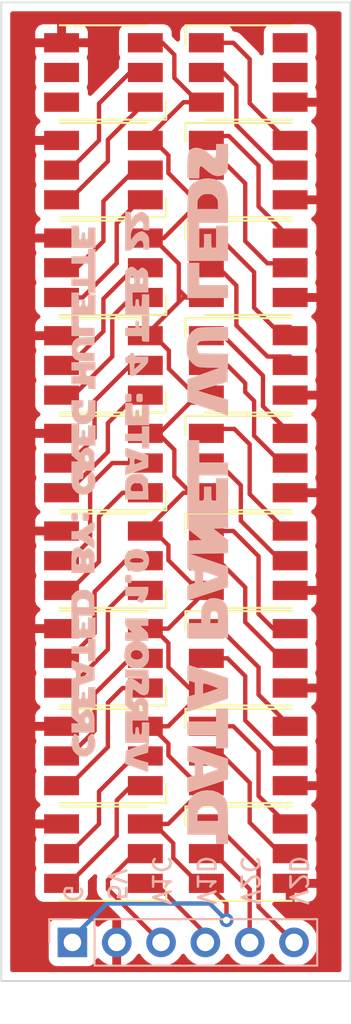
<source format=kicad_pcb>
(kicad_pcb (version 20211014) (generator pcbnew)
  (layers (0 "F.Cu" signal) (31 "B.Cu" signal) (34 "B.Paste" user) (35 "F.Paste" user) (36 "B.SilkS" user "B.Silkscreen") (37 "F.SilkS" user "F.Silkscreen") (38 "B.Mask" user) (39 "F.Mask" user) (44 "Edge.Cuts" user))
  (net 0 "")
  (net 1 "GND")
  (net 2 "+5V")
  (net 3 "Net-(D1-Pad5)")
  (net 4 "Net-(D1-Pad6)")
  (net 5 "Net-(D2-Pad5)")
  (net 6 "Net-(D2-Pad6)")
  (net 7 "Net-(D3-Pad5)")
  (net 8 "Net-(D3-Pad6)")
  (net 9 "Net-(D4-Pad5)")
  (net 10 "Net-(D4-Pad6)")
  (net 11 "Net-(D7-Pad2)")
  (net 12 "Net-(D7-Pad1)")
  (net 13 "Net-(D6-Pad5)")
  (net 14 "Net-(D6-Pad6)")
  (net 15 "Net-(D7-Pad5)")
  (net 16 "Net-(D7-Pad6)")
  (net 17 "Net-(D8-Pad5)")
  (net 18 "Net-(D8-Pad6)")
  (net 19 "Net-(D9-Pad5)")
  (net 20 "Net-(D9-Pad6)")
  (net 21 "Net-(D10-Pad5)")
  (net 22 "Net-(D10-Pad6)")
  (net 23 "Net-(D11-Pad5)")
  (net 24 "Net-(D11-Pad6)")
  (net 25 "Net-(D12-Pad5)")
  (net 26 "Net-(D12-Pad6)")
  (net 27 "/C2D")
  (net 28 "/C2C")
  (net 29 "/C1C")
  (net 30 "/C1D")
  (net 31 "Net-(D13-Pad5)")
  (net 32 "Net-(D15-Pad5)")
  (net 33 "Net-(D15-Pad6)")
  (net 34 "Net-(D16-Pad5)")
  (net 35 "Net-(D16-Pad6)")
  (net 40 "Net-(D13-Pad6)")
  (net 41 "Net-(D14-Pad5)")
  (net 42 "Net-(D14-Pad6)")
  (footprint "LED_SMD:LED_RGB_5050-6" (layer "F.Cu") (at 128.778 64.008 180)
    (fp_text reference "D18" hide)
    (fp_text value "APA102")
    (pad "1" smd rect locked (at -2.4 -1.7 270) (size 1.1 2) (layers "F.Cu" "F.Paste" "F.Mask") (net 35 "Net-(D16-Pad6)"))
    (pad "2" smd rect locked (at -2.4 0 270) (size 1.1 2) (layers "F.Cu" "F.Paste" "F.Mask") (net 34 "Net-(D16-Pad5)"))
    (pad "3" smd rect locked (at -2.4 1.7 270) (size 1.1 2) (layers "F.Cu" "F.Paste" "F.Mask") (net 1 "GND"))
    (pad "4" smd rect locked (at 2.4 1.7 270) (size 1.1 2) (layers "F.Cu" "F.Paste" "F.Mask") (net 2 "+5V"))
    (pad "5" smd rect locked (at 2.4 0 270) (size 1.1 2) (layers "F.Cu" "F.Paste" "F.Mask"))
    (pad "6" smd rect locked (at 2.4 -1.7 270) (size 1.1 2) (layers "F.Cu" "F.Paste" "F.Mask"))
  )
  (footprint "LED_SMD:LED_RGB_5050-6" (layer "F.Cu") (at 137.078 97.536)
    (fp_text reference "D5" hide)
    (fp_text value "APA102")
    (pad "1" smd rect locked (at -2.4 -1.7 90) (size 1.1 2) (layers "F.Cu" "F.Paste" "F.Mask") (net 8 "Net-(D3-Pad6)"))
    (pad "2" smd rect locked (at -2.4 0 90) (size 1.1 2) (layers "F.Cu" "F.Paste" "F.Mask") (net 7 "Net-(D3-Pad5)"))
    (pad "3" smd rect locked (at -2.4 1.7 90) (size 1.1 2) (layers "F.Cu" "F.Paste" "F.Mask") (net 1 "GND"))
    (pad "4" smd rect locked (at 2.4 1.7 90) (size 1.1 2) (layers "F.Cu" "F.Paste" "F.Mask") (net 2 "+5V"))
    (pad "5" smd rect locked (at 2.4 0 90) (size 1.1 2) (layers "F.Cu" "F.Paste" "F.Mask") (net 11 "Net-(D7-Pad2)"))
    (pad "6" smd rect locked (at 2.4 -1.7 90) (size 1.1 2) (layers "F.Cu" "F.Paste" "F.Mask") (net 12 "Net-(D7-Pad1)"))
  )
  (footprint "LED_SMD:LED_RGB_5050-6" (layer "F.Cu") (at 128.778 86.36 180)
    (fp_text reference "D10" hide)
    (fp_text value "APA102")
    (pad "1" smd rect locked (at -2.4 -1.7 270) (size 1.1 2) (layers "F.Cu" "F.Paste" "F.Mask") (net 18 "Net-(D8-Pad6)"))
    (pad "2" smd rect locked (at -2.4 0 270) (size 1.1 2) (layers "F.Cu" "F.Paste" "F.Mask") (net 17 "Net-(D8-Pad5)"))
    (pad "3" smd rect locked (at -2.4 1.7 270) (size 1.1 2) (layers "F.Cu" "F.Paste" "F.Mask") (net 1 "GND"))
    (pad "4" smd rect locked (at 2.4 1.7 270) (size 1.1 2) (layers "F.Cu" "F.Paste" "F.Mask") (net 2 "+5V"))
    (pad "5" smd rect locked (at 2.4 0 270) (size 1.1 2) (layers "F.Cu" "F.Paste" "F.Mask") (net 21 "Net-(D10-Pad5)"))
    (pad "6" smd rect locked (at 2.4 -1.7 270) (size 1.1 2) (layers "F.Cu" "F.Paste" "F.Mask") (net 22 "Net-(D10-Pad6)"))
  )
  (footprint "LED_SMD:LED_RGB_5050-6" (layer "F.Cu") (at 137.078 69.596)
    (fp_text reference "D15" hide)
    (fp_text value "APA102")
    (pad "1" smd rect locked (at -2.4 -1.7 90) (size 1.1 2) (layers "F.Cu" "F.Paste" "F.Mask") (net 40 "Net-(D13-Pad6)"))
    (pad "2" smd rect locked (at -2.4 0 90) (size 1.1 2) (layers "F.Cu" "F.Paste" "F.Mask") (net 31 "Net-(D13-Pad5)"))
    (pad "3" smd rect locked (at -2.4 1.7 90) (size 1.1 2) (layers "F.Cu" "F.Paste" "F.Mask") (net 1 "GND"))
    (pad "4" smd rect locked (at 2.4 1.7 90) (size 1.1 2) (layers "F.Cu" "F.Paste" "F.Mask") (net 2 "+5V"))
    (pad "5" smd rect locked (at 2.4 0 90) (size 1.1 2) (layers "F.Cu" "F.Paste" "F.Mask") (net 32 "Net-(D15-Pad5)"))
    (pad "6" smd rect locked (at 2.4 -1.7 90) (size 1.1 2) (layers "F.Cu" "F.Paste" "F.Mask") (net 33 "Net-(D15-Pad6)"))
  )
  (footprint "LED_SMD:LED_RGB_5050-6" (layer "F.Cu") (at 128.778 91.948 180)
    (fp_text reference "D8" hide)
    (fp_text value "APA102")
    (pad "1" smd rect locked (at -2.4 -1.7 270) (size 1.1 2) (layers "F.Cu" "F.Paste" "F.Mask") (net 14 "Net-(D6-Pad6)"))
    (pad "2" smd rect locked (at -2.4 0 270) (size 1.1 2) (layers "F.Cu" "F.Paste" "F.Mask") (net 13 "Net-(D6-Pad5)"))
    (pad "3" smd rect locked (at -2.4 1.7 270) (size 1.1 2) (layers "F.Cu" "F.Paste" "F.Mask") (net 1 "GND"))
    (pad "4" smd rect locked (at 2.4 1.7 270) (size 1.1 2) (layers "F.Cu" "F.Paste" "F.Mask") (net 2 "+5V"))
    (pad "5" smd rect locked (at 2.4 0 270) (size 1.1 2) (layers "F.Cu" "F.Paste" "F.Mask") (net 17 "Net-(D8-Pad5)"))
    (pad "6" smd rect locked (at 2.4 -1.7 270) (size 1.1 2) (layers "F.Cu" "F.Paste" "F.Mask") (net 18 "Net-(D8-Pad6)"))
  )
  (footprint "LED_SMD:LED_RGB_5050-6" (layer "F.Cu") (at 137.078 103.124)
    (fp_text reference "D3" hide)
    (fp_text value "APA102")
    (pad "1" smd rect locked (at -2.4 -1.7 90) (size 1.1 2) (layers "F.Cu" "F.Paste" "F.Mask") (net 4 "Net-(D1-Pad6)"))
    (pad "2" smd rect locked (at -2.4 0 90) (size 1.1 2) (layers "F.Cu" "F.Paste" "F.Mask") (net 3 "Net-(D1-Pad5)"))
    (pad "3" smd rect locked (at -2.4 1.7 90) (size 1.1 2) (layers "F.Cu" "F.Paste" "F.Mask") (net 1 "GND"))
    (pad "4" smd rect locked (at 2.4 1.7 90) (size 1.1 2) (layers "F.Cu" "F.Paste" "F.Mask") (net 2 "+5V"))
    (pad "5" smd rect locked (at 2.4 0 90) (size 1.1 2) (layers "F.Cu" "F.Paste" "F.Mask") (net 7 "Net-(D3-Pad5)"))
    (pad "6" smd rect locked (at 2.4 -1.7 90) (size 1.1 2) (layers "F.Cu" "F.Paste" "F.Mask") (net 8 "Net-(D3-Pad6)"))
  )
  (footprint "LED_SMD:LED_RGB_5050-6" (layer "F.Cu") (at 128.778 75.184 180)
    (fp_text reference "D14" hide)
    (fp_text value "APA102")
    (pad "1" smd rect locked (at -2.4 -1.7 270) (size 1.1 2) (layers "F.Cu" "F.Paste" "F.Mask") (net 26 "Net-(D12-Pad6)"))
    (pad "2" smd rect locked (at -2.4 0 270) (size 1.1 2) (layers "F.Cu" "F.Paste" "F.Mask") (net 25 "Net-(D12-Pad5)"))
    (pad "3" smd rect locked (at -2.4 1.7 270) (size 1.1 2) (layers "F.Cu" "F.Paste" "F.Mask") (net 1 "GND"))
    (pad "4" smd rect locked (at 2.4 1.7 270) (size 1.1 2) (layers "F.Cu" "F.Paste" "F.Mask") (net 2 "+5V"))
    (pad "5" smd rect locked (at 2.4 0 270) (size 1.1 2) (layers "F.Cu" "F.Paste" "F.Mask") (net 41 "Net-(D14-Pad5)"))
    (pad "6" smd rect locked (at 2.4 -1.7 270) (size 1.1 2) (layers "F.Cu" "F.Paste" "F.Mask") (net 42 "Net-(D14-Pad6)"))
  )
  (footprint "LED_SMD:LED_RGB_5050-6" (layer "F.Cu") (at 137.078 80.772)
    (fp_text reference "D11" hide)
    (fp_text value "APA102")
    (pad "1" smd rect locked (at -2.4 -1.7 90) (size 1.1 2) (layers "F.Cu" "F.Paste" "F.Mask") (net 20 "Net-(D9-Pad6)"))
    (pad "2" smd rect locked (at -2.4 0 90) (size 1.1 2) (layers "F.Cu" "F.Paste" "F.Mask") (net 19 "Net-(D9-Pad5)"))
    (pad "3" smd rect locked (at -2.4 1.7 90) (size 1.1 2) (layers "F.Cu" "F.Paste" "F.Mask") (net 1 "GND"))
    (pad "4" smd rect locked (at 2.4 1.7 90) (size 1.1 2) (layers "F.Cu" "F.Paste" "F.Mask") (net 2 "+5V"))
    (pad "5" smd rect locked (at 2.4 0 90) (size 1.1 2) (layers "F.Cu" "F.Paste" "F.Mask") (net 23 "Net-(D11-Pad5)"))
    (pad "6" smd rect locked (at 2.4 -1.7 90) (size 1.1 2) (layers "F.Cu" "F.Paste" "F.Mask") (net 24 "Net-(D11-Pad6)"))
  )
  (footprint "LED_SMD:LED_RGB_5050-6" (layer "F.Cu") (at 128.778 103.124 180)
    (fp_text reference "D4" hide)
    (fp_text value "APA102")
    (pad "1" smd rect locked (at -2.4 -1.7 270) (size 1.1 2) (layers "F.Cu" "F.Paste" "F.Mask") (net 6 "Net-(D2-Pad6)"))
    (pad "2" smd rect locked (at -2.4 0 270) (size 1.1 2) (layers "F.Cu" "F.Paste" "F.Mask") (net 5 "Net-(D2-Pad5)"))
    (pad "3" smd rect locked (at -2.4 1.7 270) (size 1.1 2) (layers "F.Cu" "F.Paste" "F.Mask") (net 1 "GND"))
    (pad "4" smd rect locked (at 2.4 1.7 270) (size 1.1 2) (layers "F.Cu" "F.Paste" "F.Mask") (net 2 "+5V"))
    (pad "5" smd rect locked (at 2.4 0 270) (size 1.1 2) (layers "F.Cu" "F.Paste" "F.Mask") (net 9 "Net-(D4-Pad5)"))
    (pad "6" smd rect locked (at 2.4 -1.7 270) (size 1.1 2) (layers "F.Cu" "F.Paste" "F.Mask") (net 10 "Net-(D4-Pad6)"))
  )
  (footprint "LED_SMD:LED_RGB_5050-6" (layer "F.Cu") (at 128.778 97.536 180)
    (fp_text reference "D6" hide)
    (fp_text value "APA102")
    (pad "1" smd rect locked (at -2.4 -1.7 270) (size 1.1 2) (layers "F.Cu" "F.Paste" "F.Mask") (net 10 "Net-(D4-Pad6)"))
    (pad "2" smd rect locked (at -2.4 0 270) (size 1.1 2) (layers "F.Cu" "F.Paste" "F.Mask") (net 9 "Net-(D4-Pad5)"))
    (pad "3" smd rect locked (at -2.4 1.7 270) (size 1.1 2) (layers "F.Cu" "F.Paste" "F.Mask") (net 1 "GND"))
    (pad "4" smd rect locked (at 2.4 1.7 270) (size 1.1 2) (layers "F.Cu" "F.Paste" "F.Mask") (net 2 "+5V"))
    (pad "5" smd rect locked (at 2.4 0 270) (size 1.1 2) (layers "F.Cu" "F.Paste" "F.Mask") (net 13 "Net-(D6-Pad5)"))
    (pad "6" smd rect locked (at 2.4 -1.7 270) (size 1.1 2) (layers "F.Cu" "F.Paste" "F.Mask") (net 14 "Net-(D6-Pad6)"))
  )
  (footprint "LED_SMD:LED_RGB_5050-6" (layer "F.Cu") (at 137.078 108.712)
    (fp_text reference "D1" hide)
    (fp_text value "APA102")
    (pad "1" smd rect locked (at -2.4 -1.7 90) (size 1.1 2) (layers "F.Cu" "F.Paste" "F.Mask") (net 27 "/C2D"))
    (pad "2" smd rect locked (at -2.4 0 90) (size 1.1 2) (layers "F.Cu" "F.Paste" "F.Mask") (net 28 "/C2C"))
    (pad "3" smd rect locked (at -2.4 1.7 90) (size 1.1 2) (layers "F.Cu" "F.Paste" "F.Mask") (net 1 "GND"))
    (pad "4" smd rect locked (at 2.4 1.7 90) (size 1.1 2) (layers "F.Cu" "F.Paste" "F.Mask") (net 2 "+5V"))
    (pad "5" smd rect locked (at 2.4 0 90) (size 1.1 2) (layers "F.Cu" "F.Paste" "F.Mask") (net 3 "Net-(D1-Pad5)"))
    (pad "6" smd rect locked (at 2.4 -1.7 90) (size 1.1 2) (layers "F.Cu" "F.Paste" "F.Mask") (net 4 "Net-(D1-Pad6)"))
  )
  (footprint "LED_SMD:LED_RGB_5050-6" (layer "F.Cu") (at 137.078 75.184)
    (fp_text reference "D13" hide)
    (fp_text value "APA102")
    (pad "1" smd rect locked (at -2.4 -1.7 90) (size 1.1 2) (layers "F.Cu" "F.Paste" "F.Mask") (net 24 "Net-(D11-Pad6)"))
    (pad "2" smd rect locked (at -2.4 0 90) (size 1.1 2) (layers "F.Cu" "F.Paste" "F.Mask") (net 23 "Net-(D11-Pad5)"))
    (pad "3" smd rect locked (at -2.4 1.7 90) (size 1.1 2) (layers "F.Cu" "F.Paste" "F.Mask") (net 1 "GND"))
    (pad "4" smd rect locked (at 2.4 1.7 90) (size 1.1 2) (layers "F.Cu" "F.Paste" "F.Mask") (net 2 "+5V"))
    (pad "5" smd rect locked (at 2.4 0 90) (size 1.1 2) (layers "F.Cu" "F.Paste" "F.Mask") (net 31 "Net-(D13-Pad5)"))
    (pad "6" smd rect locked (at 2.4 -1.7 90) (size 1.1 2) (layers "F.Cu" "F.Paste" "F.Mask") (net 40 "Net-(D13-Pad6)"))
  )
  (footprint "LED_SMD:LED_RGB_5050-6" (layer "F.Cu") (at 137.078 64.008)
    (fp_text reference "D17" hide)
    (fp_text value "APA102")
    (pad "1" smd rect locked (at -2.4 -1.7 90) (size 1.1 2) (layers "F.Cu" "F.Paste" "F.Mask") (net 33 "Net-(D15-Pad6)"))
    (pad "2" smd rect locked (at -2.4 0 90) (size 1.1 2) (layers "F.Cu" "F.Paste" "F.Mask") (net 32 "Net-(D15-Pad5)"))
    (pad "3" smd rect locked (at -2.4 1.7 90) (size 1.1 2) (layers "F.Cu" "F.Paste" "F.Mask") (net 1 "GND"))
    (pad "4" smd rect locked (at 2.4 1.7 90) (size 1.1 2) (layers "F.Cu" "F.Paste" "F.Mask") (net 2 "+5V"))
    (pad "5" smd rect locked (at 2.4 0 90) (size 1.1 2) (layers "F.Cu" "F.Paste" "F.Mask"))
    (pad "6" smd rect locked (at 2.4 -1.7 90) (size 1.1 2) (layers "F.Cu" "F.Paste" "F.Mask"))
  )
  (footprint "LED_SMD:LED_RGB_5050-6" (layer "F.Cu") (at 137.078 91.948)
    (fp_text reference "D7" hide)
    (fp_text value "APA102")
    (pad "1" smd rect locked (at -2.4 -1.7 90) (size 1.1 2) (layers "F.Cu" "F.Paste" "F.Mask") (net 12 "Net-(D7-Pad1)"))
    (pad "2" smd rect locked (at -2.4 0 90) (size 1.1 2) (layers "F.Cu" "F.Paste" "F.Mask") (net 11 "Net-(D7-Pad2)"))
    (pad "3" smd rect locked (at -2.4 1.7 90) (size 1.1 2) (layers "F.Cu" "F.Paste" "F.Mask") (net 1 "GND"))
    (pad "4" smd rect locked (at 2.4 1.7 90) (size 1.1 2) (layers "F.Cu" "F.Paste" "F.Mask") (net 2 "+5V"))
    (pad "5" smd rect locked (at 2.4 0 90) (size 1.1 2) (layers "F.Cu" "F.Paste" "F.Mask") (net 15 "Net-(D7-Pad5)"))
    (pad "6" smd rect locked (at 2.4 -1.7 90) (size 1.1 2) (layers "F.Cu" "F.Paste" "F.Mask") (net 16 "Net-(D7-Pad6)"))
  )
  (footprint "LED_SMD:LED_RGB_5050-6" (layer "F.Cu") (at 128.778 69.596 180)
    (fp_text reference "D16" hide)
    (fp_text value "APA102")
    (pad "1" smd rect locked (at -2.4 -1.7 270) (size 1.1 2) (layers "F.Cu" "F.Paste" "F.Mask") (net 42 "Net-(D14-Pad6)"))
    (pad "2" smd rect locked (at -2.4 0 270) (size 1.1 2) (layers "F.Cu" "F.Paste" "F.Mask") (net 41 "Net-(D14-Pad5)"))
    (pad "3" smd rect locked (at -2.4 1.7 270) (size 1.1 2) (layers "F.Cu" "F.Paste" "F.Mask") (net 1 "GND"))
    (pad "4" smd rect locked (at 2.4 1.7 270) (size 1.1 2) (layers "F.Cu" "F.Paste" "F.Mask") (net 2 "+5V"))
    (pad "5" smd rect locked (at 2.4 0 270) (size 1.1 2) (layers "F.Cu" "F.Paste" "F.Mask") (net 34 "Net-(D16-Pad5)"))
    (pad "6" smd rect locked (at 2.4 -1.7 270) (size 1.1 2) (layers "F.Cu" "F.Paste" "F.Mask") (net 35 "Net-(D16-Pad6)"))
  )
  (footprint "LED_SMD:LED_RGB_5050-6" (layer "F.Cu") (at 128.778 80.772 180)
    (fp_text reference "D12" hide)
    (fp_text value "APA102")
    (pad "1" smd rect locked (at -2.4 -1.7 270) (size 1.1 2) (layers "F.Cu" "F.Paste" "F.Mask") (net 22 "Net-(D10-Pad6)"))
    (pad "2" smd rect locked (at -2.4 0 270) (size 1.1 2) (layers "F.Cu" "F.Paste" "F.Mask") (net 21 "Net-(D10-Pad5)"))
    (pad "3" smd rect locked (at -2.4 1.7 270) (size 1.1 2) (layers "F.Cu" "F.Paste" "F.Mask") (net 1 "GND"))
    (pad "4" smd rect locked (at 2.4 1.7 270) (size 1.1 2) (layers "F.Cu" "F.Paste" "F.Mask") (net 2 "+5V"))
    (pad "5" smd rect locked (at 2.4 0 270) (size 1.1 2) (layers "F.Cu" "F.Paste" "F.Mask") (net 25 "Net-(D12-Pad5)"))
    (pad "6" smd rect locked (at 2.4 -1.7 270) (size 1.1 2) (layers "F.Cu" "F.Paste" "F.Mask") (net 26 "Net-(D12-Pad6)"))
  )
  (footprint "LED_SMD:LED_RGB_5050-6" (layer "F.Cu") (at 137.078 86.36)
    (fp_text reference "D9" hide)
    (fp_text value "APA102")
    (pad "1" smd rect locked (at -2.4 -1.7 90) (size 1.1 2) (layers "F.Cu" "F.Paste" "F.Mask") (net 16 "Net-(D7-Pad6)"))
    (pad "2" smd rect locked (at -2.4 0 90) (size 1.1 2) (layers "F.Cu" "F.Paste" "F.Mask") (net 15 "Net-(D7-Pad5)"))
    (pad "3" smd rect locked (at -2.4 1.7 90) (size 1.1 2) (layers "F.Cu" "F.Paste" "F.Mask") (net 1 "GND"))
    (pad "4" smd rect locked (at 2.4 1.7 90) (size 1.1 2) (layers "F.Cu" "F.Paste" "F.Mask") (net 2 "+5V"))
    (pad "5" smd rect locked (at 2.4 0 90) (size 1.1 2) (layers "F.Cu" "F.Paste" "F.Mask") (net 19 "Net-(D9-Pad5)"))
    (pad "6" smd rect locked (at 2.4 -1.7 90) (size 1.1 2) (layers "F.Cu" "F.Paste" "F.Mask") (net 20 "Net-(D9-Pad6)"))
  )
  (footprint "LED_SMD:LED_RGB_5050-6" (layer "F.Cu") (at 128.778 108.712 180)
    (fp_text reference "D2" hide)
    (fp_text value "APA102")
    (pad "1" smd rect locked (at -2.4 -1.7 270) (size 1.1 2) (layers "F.Cu" "F.Paste" "F.Mask") (net 30 "/C1D"))
    (pad "2" smd rect locked (at -2.4 0 270) (size 1.1 2) (layers "F.Cu" "F.Paste" "F.Mask") (net 29 "/C1C"))
    (pad "3" smd rect locked (at -2.4 1.7 270) (size 1.1 2) (layers "F.Cu" "F.Paste" "F.Mask") (net 1 "GND"))
    (pad "4" smd rect locked (at 2.4 1.7 270) (size 1.1 2) (layers "F.Cu" "F.Paste" "F.Mask") (net 2 "+5V"))
    (pad "5" smd rect locked (at 2.4 0 270) (size 1.1 2) (layers "F.Cu" "F.Paste" "F.Mask") (net 5 "Net-(D2-Pad5)"))
    (pad "6" smd rect locked (at 2.4 -1.7 270) (size 1.1 2) (layers "F.Cu" "F.Paste" "F.Mask") (net 6 "Net-(D2-Pad6)"))
  )
  (footprint "Connector_PinHeader_2.54mm:PinHeader_1x06_P2.54mm_Vertical" (layer "B.Cu") (at 127 113.792 -90)
    (fp_text reference "J1" hide)
    (fp_text value "Conn_01x06")
    (pad "1" thru_hole rect locked (at 0 0 270) (size 1.7 1.7) (drill 1) (layers *.Cu *.Mask) (net 1 "GND"))
    (pad "2" thru_hole oval locked (at 0 -2.54 270) (size 1.7 1.7) (drill 1) (layers *.Cu *.Mask) (net 2 "+5V"))
    (pad "3" thru_hole oval locked (at 0 -5.08 270) (size 1.7 1.7) (drill 1) (layers *.Cu *.Mask) (net 29 "/C1C"))
    (pad "4" thru_hole oval locked (at 0 -7.62 270) (size 1.7 1.7) (drill 1) (layers *.Cu *.Mask) (net 30 "/C1D"))
    (pad "5" thru_hole oval locked (at 0 -10.16 270) (size 1.7 1.7) (drill 1) (layers *.Cu *.Mask) (net 28 "/C2C"))
    (pad "6" thru_hole oval locked (at 0 -12.7 270) (size 1.7 1.7) (drill 1) (layers *.Cu *.Mask) (net 27 "/C2D"))
  )
  (footprint "Logos:data panel vu" (layer "B.Cu") (at 131.99 88.13 90)
    (fp_text reference "G***" hide)
    (fp_text value "LOGO" hide)
  )
  (gr_line (start 142.928 60) (end 142.928 116) (layer "Edge.Cuts") (width 0.1))
  (gr_line (start 122.928 116) (end 122.928 60) (layer "Edge.Cuts") (width 0.1))
  (gr_line (start 142.928 116) (end 122.928 116) (layer "Edge.Cuts") (width 0.1))
  (gr_line (start 122.928 60) (end 142.928 60) (layer "Edge.Cuts") (width 0.1))
  (gr_text "V1C" (at 132.08 110.236 270) (layer "B.SilkS") (effects (font (size 1 1)) (justify mirror)))
  (gr_text "V2C" (at 137.16 110.236 270) (layer "B.SilkS") (effects (font (size 1 1)) (justify mirror)))
  (gr_text "V2D" (at 139.954 110.236 270) (layer "B.SilkS") (effects (font (size 1 1)) (justify mirror)))
  (gr_text "V1D" (at 134.65 110.236 270) (layer "B.SilkS") (effects (font (size 1 1)) (justify mirror)))
  (gr_text "G" (at 127 110.998 270) (layer "B.SilkS") (effects (font (size 1 1)) (justify mirror)))
  (gr_text "5V" (at 129.54 110.49 270) (layer "B.SilkS") (effects (font (size 1 1)) (justify mirror)))
  (segment (start 132.236 73.484) (end 134.678 71.042) (width 0.25) (layer "F.Cu") (net 1))
  (segment (start 134.678 76.884) (end 133.526 76.884) (width 0.25) (layer "F.Cu") (net 1))
  (segment (start 134.228 104.824) (end 132.502511 103.098511) (width 0.25) (layer "F.Cu") (net 1))
  (segment (start 131.628 73.484) (end 131.178 73.484) (width 0.25) (layer "F.Cu") (net 1))
  (segment (start 132.842 62.992) (end 132.158 62.308) (width 0.25) (layer "F.Cu") (net 1))
  (segment (start 133.366 88.06) (end 131.178 90.248) (width 0.25) (layer "F.Cu") (net 1))
  (segment (start 131.178 67.896) (end 133.366 65.708) (width 0.25) (layer "F.Cu") (net 1))
  (segment (start 131.178 95.836) (end 132.49 95.836) (width 0.25) (layer "F.Cu") (net 1))
  (segment (start 132.49 101.424) (end 134.678 99.236) (width 0.25) (layer "F.Cu") (net 1))
  (segment (start 131.677022 90.248) (end 131.178 90.248) (width 0.25) (layer "F.Cu") (net 1))
  (segment (start 134.678 88.06) (end 133.366 88.06) (width 0.25) (layer "F.Cu") (net 1))
  (segment (start 131.677022 79.072) (end 131.178 79.072) (width 0.25) (layer "F.Cu") (net 1))
  (segment (start 134.228 110.412) (end 132.782 108.966) (width 0.25) (layer "F.Cu") (net 1))
  (segment (start 134.678 93.648) (end 134.228 93.648) (width 0.25) (layer "F.Cu") (net 1))
  (segment (start 132.502511 69.764511) (end 132.502511 68.748511) (width 0.25) (layer "F.Cu") (net 1))
  (segment (start 134.228 93.648) (end 132.502511 91.922511) (width 0.25) (layer "F.Cu") (net 1))
  (segment (start 131.65 67.896) (end 131.178 67.896) (width 0.25) (layer "F.Cu") (net 1))
  (segment (start 133.78 71.042) (end 132.502511 69.764511) (width 0.25) (layer "F.Cu") (net 1))
  (segment (start 132.502511 102.418) (end 131.508511 101.424) (width 0.25) (layer "F.Cu") (net 1))
  (segment (start 131.677022 95.836) (end 131.178 95.836) (width 0.25) (layer "F.Cu") (net 1))
  (segment (start 132.158 62.308) (end 131.178 62.308) (width 0.25) (layer "F.Cu") (net 1))
  (segment (start 133.366 65.708) (end 134.678 65.708) (width 0.25) (layer "F.Cu") (net 1))
  (segment (start 132.49 107.012) (end 134.678 104.824) (width 0.25) (layer "F.Cu") (net 1))
  (segment (start 134.034 82.472) (end 132.528 80.966) (width 0.25) (layer "F.Cu") (net 1))
  (segment (start 132.49 95.836) (end 134.678 93.648) (width 0.25) (layer "F.Cu") (net 1))
  (segment (start 133.096 77.154) (end 133.096 76.454) (width 0.25) (layer "F.Cu") (net 1))
  (segment (start 132.782 108.116978) (end 131.677022 107.012) (width 0.25) (layer "F.Cu") (net 1))
  (segment (start 134.678 71.042) (end 133.78 71.042) (width 0.25) (layer "F.Cu") (net 1))
  (segment (start 133.526 76.884) (end 133.096 76.454) (width 0.25) (layer "F.Cu") (net 1))
  (segment (start 134.678 76.884) (end 133.366 76.884) (width 0.25) (layer "F.Cu") (net 1))
  (segment (start 131.178 107.012) (end 132.49 107.012) (width 0.25) (layer "F.Cu") (net 1))
  (segment (start 131.178 101.424) (end 132.49 101.424) (width 0.25) (layer "F.Cu") (net 1))
  (segment (start 134.678 65.708) (end 134.228 65.708) (width 0.25) (layer "F.Cu") (net 1))
  (segment (start 132.502511 96.661489) (end 131.677022 95.836) (width 0.25) (layer "F.Cu") (net 1))
  (segment (start 131.982 84.66) (end 134.17 82.472) (width 0.25) (layer "F.Cu") (net 1))
  (segment (start 131.508511 101.424) (end 131.178 101.424) (width 0.25) (layer "F.Cu") (net 1))
  (segment (start 133.065 77.185) (end 133.096 77.154) (width 0.25) (layer "F.Cu") (net 1))
  (segment (start 132.528 80.966) (end 132.528 79.922978) (width 0.25) (layer "F.Cu") (net 1))
  (segment (start 132.782 108.966) (end 132.782 108.116978) (width 0.25) (layer "F.Cu") (net 1))
  (segment (start 132.502511 91.073489) (end 131.677022 90.248) (width 0.25) (layer "F.Cu") (net 1))
  (segment (start 131.677022 107.012) (end 131.178 107.012) (width 0.25) (layer "F.Cu") (net 1))
  (segment (start 134.678 99.236) (end 133.694511 99.236) (width 0.25) (layer "F.Cu") (net 1))
  (segment (start 135.831 111.565) (end 135.831 112.522) (width 0.25) (layer "F.Cu") (net 1))
  (segment (start 134.228 65.708) (end 132.842 64.322) (width 0.25) (layer "F.Cu") (net 1))
  (segment (start 133.096 76.454) (end 133.096 74.952) (width 0.25) (layer "F.Cu") (net 1))
  (segment (start 134.17 82.472) (end 134.034 82.472) (width 0.25) (layer "F.Cu") (net 1))
  (segment (start 131.178 73.484) (end 132.236 73.484) (width 0.25) (layer "F.Cu") (net 1))
  (segment (start 132.502511 91.922511) (end 132.502511 91.073489) (width 0.25) (layer "F.Cu") (net 1))
  (segment (start 132.502511 68.748511) (end 131.65 67.896) (width 0.25) (layer "F.Cu") (net 1))
  (segment (start 131.178 79.072) (end 133.065 77.185) (width 0.25) (layer "F.Cu") (net 1))
  (segment (start 133.694511 99.236) (end 132.502511 98.044) (width 0.25) (layer "F.Cu") (net 1))
  (segment (start 132.842 64.322) (end 132.842 62.992) (width 0.25) (layer "F.Cu") (net 1))
  (segment (start 134.678 110.412) (end 135.831 111.565) (width 0.25) (layer "F.Cu") (net 1))
  (segment (start 131.178 84.66) (end 131.904 84.66) (width 0.25) (layer "F.Cu") (net 1))
  (segment (start 131.178 84.66) (end 131.982 84.66) (width 0.25) (layer "F.Cu") (net 1))
  (segment (start 132.842 87.122) (end 133.78 88.06) (width 0.25) (layer "F.Cu") (net 1))
  (segment (start 133.096 74.952) (end 131.628 73.484) (width 0.25) (layer "F.Cu") (net 1))
  (segment (start 132.502511 103.098511) (end 132.502511 102.418) (width 0.25) (layer "F.Cu") (net 1))
  (segment (start 132.502511 98.044) (end 132.502511 96.661489) (width 0.25) (layer "F.Cu") (net 1))
  (segment (start 134.678 104.824) (end 134.228 104.824) (width 0.25) (layer "F.Cu") (net 1))
  (segment (start 134.678 110.412) (end 134.228 110.412) (width 0.25) (layer "F.Cu") (net 1))
  (segment (start 133.366 76.884) (end 133.065 77.185) (width 0.25) (layer "F.Cu") (net 1))
  (segment (start 132.528 79.922978) (end 131.677022 79.072) (width 0.25) (layer "F.Cu") (net 1))
  (segment (start 132.842 85.598) (end 132.842 87.122) (width 0.25) (layer "F.Cu") (net 1))
  (segment (start 133.78 88.06) (end 134.678 88.06) (width 0.25) (layer "F.Cu") (net 1))
  (segment (start 131.904 84.66) (end 132.842 85.598) (width 0.25) (layer "F.Cu") (net 1))
  (via (at 135.831 112.522) (size 0.8) (drill 0.4) (layers "F.Cu" "B.Cu") (net 1))
  (segment (start 128.973 111.565) (end 127 113.538) (width 0.25) (layer "B.Cu") (net 1))
  (segment (start 135.831 112.522) (end 134.874 111.565) (width 0.25) (layer "B.Cu") (net 1))
  (segment (start 134.874 111.565) (end 128.973 111.565) (width 0.25) (layer "B.Cu") (net 1))
  (segment (start 134.678 103.124) (end 135.636 103.124) (width 0.25) (layer "F.Cu") (net 3))
  (segment (start 137.16 106.934) (end 138.938 108.712) (width 0.25) (layer "F.Cu") (net 3))
  (segment (start 135.636 103.124) (end 137.16 104.648) (width 0.25) (layer "F.Cu") (net 3))
  (segment (start 137.16 104.648) (end 137.16 106.934) (width 0.25) (layer "F.Cu") (net 3))
  (segment (start 138.938 108.712) (end 139.478 108.712) (width 0.25) (layer "F.Cu") (net 3))
  (segment (start 136.222 101.424) (end 137.668 102.87) (width 0.25) (layer "F.Cu") (net 4))
  (segment (start 137.668 105.41) (end 139.27 107.012) (width 0.25) (layer "F.Cu") (net 4))
  (segment (start 134.678 101.424) (end 136.222 101.424) (width 0.25) (layer "F.Cu") (net 4))
  (segment (start 139.27 107.012) (end 139.478 107.012) (width 0.25) (layer "F.Cu") (net 4))
  (segment (start 137.668 102.87) (end 137.668 105.41) (width 0.25) (layer "F.Cu") (net 4))
  (segment (start 128.524 105.156) (end 130.556 103.124) (width 0.25) (layer "F.Cu") (net 5))
  (segment (start 126.378 108.712) (end 126.828 108.712) (width 0.25) (layer "F.Cu") (net 5))
  (segment (start 128.524 107.016) (end 128.524 105.156) (width 0.25) (layer "F.Cu") (net 5))
  (segment (start 130.556 103.124) (end 131.178 103.124) (width 0.25) (layer "F.Cu") (net 5))
  (segment (start 126.828 108.712) (end 128.524 107.016) (width 0.25) (layer "F.Cu") (net 5))
  (segment (start 129.54 107.7) (end 126.828 110.412) (width 0.25) (layer "F.Cu") (net 6))
  (segment (start 131.178 104.824) (end 130.38 104.824) (width 0.25) (layer "F.Cu") (net 6))
  (segment (start 126.828 110.412) (end 126.378 110.412) (width 0.25) (layer "F.Cu") (net 6))
  (segment (start 130.38 104.824) (end 129.54 105.664) (width 0.25) (layer "F.Cu") (net 6))
  (segment (start 129.54 105.664) (end 129.54 107.7) (width 0.25) (layer "F.Cu") (net 6))
  (segment (start 134.678 97.536) (end 135.89 97.536) (width 0.25) (layer "F.Cu") (net 7))
  (segment (start 135.89 97.536) (end 136.906 98.552) (width 0.25) (layer "F.Cu") (net 7))
  (segment (start 138.938 103.124) (end 139.478 103.124) (width 0.25) (layer "F.Cu") (net 7))
  (segment (start 136.906 98.552) (end 136.906 101.092) (width 0.25) (layer "F.Cu") (net 7))
  (segment (start 136.906 101.092) (end 138.938 103.124) (width 0.25) (layer "F.Cu") (net 7))
  (segment (start 134.678 95.836) (end 135.46 95.836) (width 0.25) (layer "F.Cu") (net 8))
  (segment (start 137.668 98.044) (end 137.668 99.614) (width 0.25) (layer "F.Cu") (net 8))
  (segment (start 137.668 99.614) (end 139.478 101.424) (width 0.25) (layer "F.Cu") (net 8))
  (segment (start 135.46 95.836) (end 137.668 98.044) (width 0.25) (layer "F.Cu") (net 8))
  (segment (start 128.27 101.682) (end 128.27 99.568) (width 0.25) (layer "F.Cu") (net 9))
  (segment (start 126.828 103.124) (end 128.27 101.682) (width 0.25) (layer "F.Cu") (net 9))
  (segment (start 126.378 103.124) (end 126.828 103.124) (width 0.25) (layer "F.Cu") (net 9))
  (segment (start 128.27 99.568) (end 130.302 97.536) (width 0.25) (layer "F.Cu") (net 9))
  (segment (start 130.302 97.536) (end 131.178 97.536) (width 0.25) (layer "F.Cu") (net 9))
  (segment (start 126.378 104.824) (end 126.824 104.824) (width 0.25) (layer "F.Cu") (net 10))
  (segment (start 129.032 102.616) (end 129.032 100.076) (width 0.25) (layer "F.Cu") (net 10))
  (segment (start 126.824 104.824) (end 129.032 102.616) (width 0.25) (layer "F.Cu") (net 10))
  (segment (start 129.872 99.236) (end 131.178 99.236) (width 0.25) (layer "F.Cu") (net 10))
  (segment (start 129.032 100.076) (end 129.872 99.236) (width 0.25) (layer "F.Cu") (net 10))
  (segment (start 135.382 91.948) (end 136.906 93.472) (width 0.25) (layer "F.Cu") (net 11))
  (segment (start 138.978978 97.536) (end 139.478 97.536) (width 0.25) (layer "F.Cu") (net 11))
  (segment (start 136.906 95.463022) (end 138.978978 97.536) (width 0.25) (layer "F.Cu") (net 11))
  (segment (start 134.678 91.948) (end 135.382 91.948) (width 0.25) (layer "F.Cu") (net 11))
  (segment (start 136.906 93.472) (end 136.906 95.463022) (width 0.25) (layer "F.Cu") (net 11))
  (segment (start 134.678 90.248) (end 136.222 90.248) (width 0.25) (layer "F.Cu") (net 12))
  (segment (start 137.668 91.694) (end 137.668 94.996) (width 0.25) (layer "F.Cu") (net 12))
  (segment (start 138.508 95.836) (end 139.478 95.836) (width 0.25) (layer "F.Cu") (net 12))
  (segment (start 137.668 94.996) (end 138.508 95.836) (width 0.25) (layer "F.Cu") (net 12))
  (segment (start 136.222 90.248) (end 137.668 91.694) (width 0.25) (layer "F.Cu") (net 12))
  (segment (start 126.828 97.536) (end 128.27 96.094) (width 0.25) (layer "F.Cu") (net 13))
  (segment (start 128.27 93.726) (end 130.048 91.948) (width 0.25) (layer "F.Cu") (net 13))
  (segment (start 126.378 97.536) (end 126.828 97.536) (width 0.25) (layer "F.Cu") (net 13))
  (segment (start 130.048 91.948) (end 131.178 91.948) (width 0.25) (layer "F.Cu") (net 13))
  (segment (start 128.27 96.094) (end 128.27 93.726) (width 0.25) (layer "F.Cu") (net 13))
  (segment (start 126.378 99.236) (end 126.828 99.236) (width 0.25) (layer "F.Cu") (net 14))
  (segment (start 130.126 93.648) (end 131.178 93.648) (width 0.25) (layer "F.Cu") (net 14))
  (segment (start 129.032 94.742) (end 130.126 93.648) (width 0.25) (layer "F.Cu") (net 14))
  (segment (start 129.032 97.032) (end 129.032 94.742) (width 0.25) (layer "F.Cu") (net 14))
  (segment (start 126.828 99.236) (end 129.032 97.032) (width 0.25) (layer "F.Cu") (net 14))
  (segment (start 138.938 91.948) (end 139.478 91.948) (width 0.25) (layer "F.Cu") (net 15))
  (segment (start 136.652 89.662) (end 138.938 91.948) (width 0.25) (layer "F.Cu") (net 15))
  (segment (start 136.652 87.63) (end 136.652 89.662) (width 0.25) (layer "F.Cu") (net 15))
  (segment (start 135.128 86.106) (end 136.652 87.63) (width 0.25) (layer "F.Cu") (net 15))
  (segment (start 134.678 86.106) (end 135.128 86.106) (width 0.25) (layer "F.Cu") (net 15))
  (segment (start 137.16 85.28552) (end 137.16 88.138) (width 0.25) (layer "F.Cu") (net 16))
  (segment (start 136.28048 84.406) (end 137.16 85.28552) (width 0.25) (layer "F.Cu") (net 16))
  (segment (start 134.678 84.406) (end 136.28048 84.406) (width 0.25) (layer "F.Cu") (net 16))
  (segment (start 137.16 88.138) (end 139.27 90.248) (width 0.25) (layer "F.Cu") (net 16))
  (segment (start 139.27 90.248) (end 139.478 90.248) (width 0.25) (layer "F.Cu") (net 16))
  (segment (start 128.016 87.63) (end 129.286 86.36) (width 0.25) (layer "F.Cu") (net 17))
  (segment (start 126.828 91.948) (end 128.016 90.76) (width 0.25) (layer "F.Cu") (net 17))
  (segment (start 129.286 86.36) (end 131.178 86.36) (width 0.25) (layer "F.Cu") (net 17))
  (segment (start 126.378 91.948) (end 126.828 91.948) (width 0.25) (layer "F.Cu") (net 17))
  (segment (start 128.016 90.76) (end 128.016 87.63) (width 0.25) (layer "F.Cu") (net 17))
  (segment (start 128.524 92.001022) (end 128.524 89.408) (width 0.25) (layer "F.Cu") (net 18))
  (segment (start 129.872 88.06) (end 131.178 88.06) (width 0.25) (layer "F.Cu") (net 18))
  (segment (start 128.524 89.408) (end 129.872 88.06) (width 0.25) (layer "F.Cu") (net 18))
  (segment (start 126.877022 93.648) (end 128.524 92.001022) (width 0.25) (layer "F.Cu") (net 18))
  (segment (start 126.378 93.648) (end 126.877022 93.648) (width 0.25) (layer "F.Cu") (net 18))
  (segment (start 137.414 82.804) (end 137.414 84.795022) (width 0.25) (layer "F.Cu") (net 19))
  (segment (start 135.89 80.772) (end 136.906 81.788) (width 0.25) (layer "F.Cu") (net 19))
  (segment (start 137.414 84.795022) (end 138.724978 86.106) (width 0.25) (layer "F.Cu") (net 19))
  (segment (start 138.724978 86.106) (end 139.478 86.106) (width 0.25) (layer "F.Cu") (net 19))
  (segment (start 136.906 81.788) (end 136.906 82.296) (width 0.25) (layer "F.Cu") (net 19))
  (segment (start 135.186 80.772) (end 135.89 80.772) (width 0.25) (layer "F.Cu") (net 19))
  (segment (start 136.906 82.296) (end 137.414 82.804) (width 0.25) (layer "F.Cu") (net 19))
  (segment (start 137.922 81.358) (end 137.922 83.115022) (width 0.25) (layer "F.Cu") (net 20))
  (segment (start 135.636 79.072) (end 137.922 81.358) (width 0.25) (layer "F.Cu") (net 20))
  (segment (start 134.678 79.072) (end 135.636 79.072) (width 0.25) (layer "F.Cu") (net 20))
  (segment (start 139.212978 84.406) (end 139.478 84.406) (width 0.25) (layer "F.Cu") (net 20))
  (segment (start 137.922 83.115022) (end 139.212978 84.406) (width 0.25) (layer "F.Cu") (net 20))
  (segment (start 128.27 82.804) (end 130.302 80.772) (width 0.25) (layer "F.Cu") (net 21))
  (segment (start 128.27 84.918) (end 128.27 82.804) (width 0.25) (layer "F.Cu") (net 21))
  (segment (start 130.302 80.772) (end 131.178 80.772) (width 0.25) (layer "F.Cu") (net 21))
  (segment (start 126.828 86.36) (end 128.27 84.918) (width 0.25) (layer "F.Cu") (net 21))
  (segment (start 126.378 86.36) (end 126.828 86.36) (width 0.25) (layer "F.Cu") (net 21))
  (segment (start 129.032 85.724282) (end 129.032 84.074) (width 0.25) (layer "F.Cu") (net 22))
  (segment (start 126.378 88.06) (end 126.696282 88.06) (width 0.25) (layer "F.Cu") (net 22))
  (segment (start 129.032 84.074) (end 130.634 82.472) (width 0.25) (layer "F.Cu") (net 22))
  (segment (start 126.696282 88.06) (end 129.032 85.724282) (width 0.25) (layer "F.Cu") (net 22))
  (segment (start 130.634 82.472) (end 131.178 82.472) (width 0.25) (layer "F.Cu") (net 22))
  (segment (start 134.678 74.93) (end 135.128 74.93) (width 0.25) (layer "F.Cu") (net 23))
  (segment (start 138.176 80.264) (end 139.478 80.264) (width 0.25) (layer "F.Cu") (net 23))
  (segment (start 136.398 76.2) (end 136.398 78.486) (width 0.25) (layer "F.Cu") (net 23))
  (segment (start 135.128 74.93) (end 136.398 76.2) (width 0.25) (layer "F.Cu") (net 23))
  (segment (start 136.398 78.486) (end 138.176 80.264) (width 0.25) (layer "F.Cu") (net 23))
  (segment (start 137.414 75.438) (end 137.414 77.47) (width 0.25) (layer "F.Cu") (net 24))
  (segment (start 138.508 78.564) (end 139.478 78.564) (width 0.25) (layer "F.Cu") (net 24))
  (segment (start 134.678 73.23) (end 135.206 73.23) (width 0.25) (layer "F.Cu") (net 24))
  (segment (start 135.206 73.23) (end 137.414 75.438) (width 0.25) (layer "F.Cu") (net 24))
  (segment (start 137.414 77.47) (end 138.508 78.564) (width 0.25) (layer "F.Cu") (net 24))
  (segment (start 126.378 80.772) (end 126.828 80.772) (width 0.25) (layer "F.Cu") (net 25))
  (segment (start 128.778 78.822) (end 128.778 76.962) (width 0.25) (layer "F.Cu") (net 25))
  (segment (start 128.778 76.962) (end 130.556 75.184) (width 0.25) (layer "F.Cu") (net 25))
  (segment (start 126.828 80.772) (end 128.778 78.822) (width 0.25) (layer "F.Cu") (net 25))
  (segment (start 130.556 75.184) (end 131.178 75.184) (width 0.25) (layer "F.Cu") (net 25))
  (segment (start 126.378 82.472) (end 127.078 82.472) (width 0.25) (layer "F.Cu") (net 26))
  (segment (start 127.078 82.472) (end 129.286 80.264) (width 0.25) (layer "F.Cu") (net 26))
  (segment (start 130.38 76.884) (end 131.178 76.884) (width 0.25) (layer "F.Cu") (net 26))
  (segment (start 129.286 77.978) (end 130.38 76.884) (width 0.25) (layer "F.Cu") (net 26))
  (segment (start 129.286 80.264) (end 129.286 77.978) (width 0.25) (layer "F.Cu") (net 26))
  (segment (start 134.678 107.012) (end 135.177022 107.012) (width 0.25) (layer "F.Cu") (net 27))
  (segment (start 135.177022 107.012) (end 137.668 109.502978) (width 0.25) (layer "F.Cu") (net 27))
  (segment (start 137.668 111.76) (end 139.7 113.792) (width 0.25) (layer "F.Cu") (net 27))
  (segment (start 137.668 109.502978) (end 137.668 111.76) (width 0.25) (layer "F.Cu") (net 27))
  (segment (start 134.678 108.712) (end 135.128 108.712) (width 0.25) (layer "F.Cu") (net 28))
  (segment (start 137.16 110.744) (end 137.16 113.792) (width 0.25) (layer "F.Cu") (net 28))
  (segment (start 135.128 108.712) (end 137.16 110.744) (width 0.25) (layer "F.Cu") (net 28))
  (segment (start 129.032 110.744) (end 129.032 110.236) (width 0.25) (layer "F.Cu") (net 29))
  (segment (start 130.556 108.712) (end 131.178 108.712) (width 0.25) (layer "F.Cu") (net 29))
  (segment (start 132.08 113.792) (end 129.032 110.744) (width 0.25) (layer "F.Cu") (net 29))
  (segment (start 129.032 110.236) (end 130.556 108.712) (width 0.25) (layer "F.Cu") (net 29))
  (segment (start 131.748 110.412) (end 134.62 113.284) (width 0.25) (layer "F.Cu") (net 30))
  (segment (start 134.62 113.284) (end 134.62 113.792) (width 0.25) (layer "F.Cu") (net 30))
  (segment (start 131.178 110.412) (end 131.748 110.412) (width 0.25) (layer "F.Cu") (net 30))
  (segment (start 136.906 70.358) (end 136.906 73.66) (width 0.25) (layer "F.Cu") (net 31))
  (segment (start 138.176 74.93) (end 139.478 74.93) (width 0.25) (layer "F.Cu") (net 31))
  (segment (start 135.89 69.342) (end 136.906 70.358) (width 0.25) (layer "F.Cu") (net 31))
  (segment (start 134.678 69.342) (end 135.89 69.342) (width 0.25) (layer "F.Cu") (net 31))
  (segment (start 136.906 73.66) (end 138.176 74.93) (width 0.25) (layer "F.Cu") (net 31))
  (segment (start 136.398 64.77) (end 136.398 67.015022) (width 0.25) (layer "F.Cu") (net 32))
  (segment (start 138.978978 69.596) (end 139.478 69.596) (width 0.25) (layer "F.Cu") (net 32))
  (segment (start 134.678 64.008) (end 135.636 64.008) (width 0.25) (layer "F.Cu") (net 32))
  (segment (start 136.398 67.015022) (end 138.978978 69.596) (width 0.25) (layer "F.Cu") (net 32))
  (segment (start 135.636 64.008) (end 136.398 64.77) (width 0.25) (layer "F.Cu") (net 32))
  (segment (start 139.028 67.642) (end 139.478 67.642) (width 0.25) (layer "F.Cu") (net 33))
  (segment (start 134.678 62.308) (end 136.222 62.308) (width 0.25) (layer "F.Cu") (net 33))
  (segment (start 137.16 63.246) (end 137.16 65.774) (width 0.25) (layer "F.Cu") (net 33))
  (segment (start 137.16 65.774) (end 139.028 67.642) (width 0.25) (layer "F.Cu") (net 33))
  (segment (start 136.222 62.308) (end 137.16 63.246) (width 0.25) (layer "F.Cu") (net 33))
  (segment (start 126.828 69.596) (end 128.524 67.9) (width 0.25) (layer "F.Cu") (net 34))
  (segment (start 130.302 64.008) (end 131.178 64.008) (width 0.25) (layer "F.Cu") (net 34))
  (segment (start 128.524 67.9) (end 128.524 65.786) (width 0.25) (layer "F.Cu") (net 34))
  (segment (start 126.378 69.596) (end 126.828 69.596) (width 0.25) (layer "F.Cu") (net 34))
  (segment (start 128.524 65.786) (end 130.302 64.008) (width 0.25) (layer "F.Cu") (net 34))
  (segment (start 129.032 67.854) (end 131.178 65.708) (width 0.25) (layer "F.Cu") (net 35))
  (segment (start 126.378 71.296) (end 126.828 71.296) (width 0.25) (layer "F.Cu") (net 35))
  (segment (start 126.828 71.296) (end 129.032 69.092) (width 0.25) (layer "F.Cu") (net 35))
  (segment (start 129.032 69.092) (end 129.032 67.854) (width 0.25) (layer "F.Cu") (net 35))
  (segment (start 134.678 67.642) (end 135.968 67.642) (width 0.25) (layer "F.Cu") (net 40))
  (segment (start 135.968 67.642) (end 137.668 69.342) (width 0.25) (layer "F.Cu") (net 40))
  (segment (start 137.668 71.674) (end 139.478 73.484) (width 0.25) (layer "F.Cu") (net 40))
  (segment (start 137.668 69.342) (end 137.668 71.674) (width 0.25) (layer "F.Cu") (net 40))
  (segment (start 128.778 73.66) (end 128.778 71.374) (width 0.25) (layer "F.Cu") (net 41))
  (segment (start 127.254 75.184) (end 128.778 73.66) (width 0.25) (layer "F.Cu") (net 41))
  (segment (start 130.556 69.596) (end 131.178 69.596) (width 0.25) (layer "F.Cu") (net 41))
  (segment (start 126.378 75.184) (end 127.254 75.184) (width 0.25) (layer "F.Cu") (net 41))
  (segment (start 128.778 71.374) (end 130.556 69.596) (width 0.25) (layer "F.Cu") (net 41))
  (segment (start 127.586 76.884) (end 129.54 74.93) (width 0.25) (layer "F.Cu") (net 42))
  (segment (start 126.378 76.884) (end 127.586 76.884) (width 0.25) (layer "F.Cu") (net 42))
  (segment (start 129.54 74.93) (end 129.54 72.644) (width 0.25) (layer "F.Cu") (net 42))
  (segment (start 130.888 71.296) (end 131.178 71.296) (width 0.25) (layer "F.Cu") (net 42))
  (segment (start 129.54 72.644) (end 130.888 71.296) (width 0.25) (layer "F.Cu") (net 42))
  (zone (net 2) (net_name "+5V") (layer "F.Cu") (connect_pads (clearance 0.508)) (min_thickness 0.254) (fill yes (thermal_gap 0.508) (thermal_bridge_width 0.508))
    (polygon (pts (xy 142.748 115.57) (xy 123.19 115.57) (xy 123.19 60.198) (xy 142.748 60.198)))
  )
)
</source>
